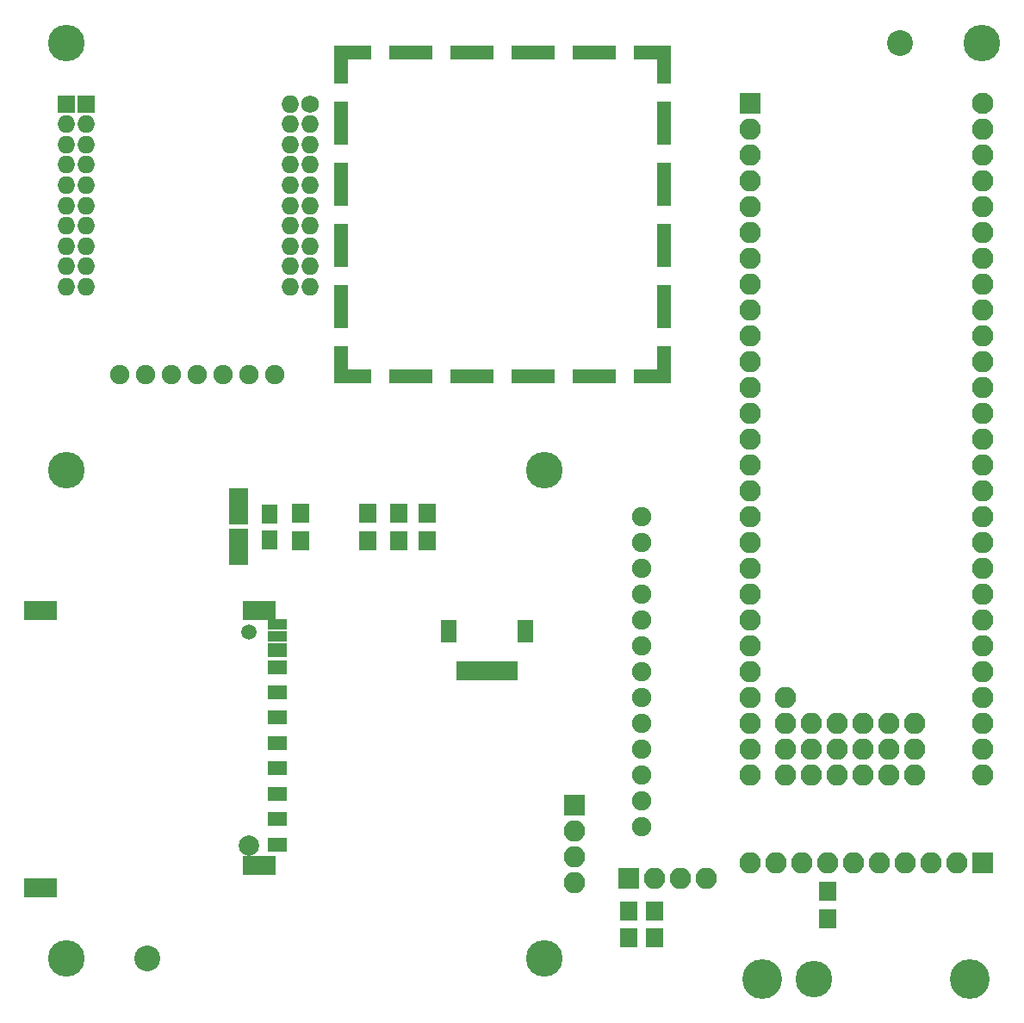
<source format=gbr>
G04 #@! TF.FileFunction,Soldermask,Top*
%FSLAX46Y46*%
G04 Gerber Fmt 4.6, Leading zero omitted, Abs format (unit mm)*
G04 Created by KiCad (PCBNEW 4.0.7-e2-6376~58~ubuntu16.04.1) date Tue Oct  2 08:26:08 2018*
%MOMM*%
%LPD*%
G01*
G04 APERTURE LIST*
%ADD10C,0.100000*%
%ADD11C,2.100000*%
%ADD12O,2.100000X2.100000*%
%ADD13R,2.100000X2.100000*%
%ADD14C,2.540000*%
%ADD15R,1.900000X3.600000*%
%ADD16R,1.650000X1.900000*%
%ADD17R,1.750000X1.750000*%
%ADD18O,1.750000X1.750000*%
%ADD19C,1.750000*%
%ADD20R,1.700000X1.900000*%
%ADD21C,1.900000*%
%ADD22R,1.000000X1.950000*%
%ADD23R,1.600000X2.200000*%
%ADD24R,1.400000X1.400000*%
%ADD25R,2.700000X1.400000*%
%ADD26R,4.200000X1.400000*%
%ADD27R,1.400000X2.700000*%
%ADD28R,1.400000X4.200000*%
%ADD29C,3.600000*%
%ADD30R,1.900000X1.400000*%
%ADD31R,1.900000X1.100000*%
%ADD32C,2.000000*%
%ADD33C,1.500000*%
%ADD34R,3.200000X1.900000*%
%ADD35C,3.900000*%
G04 APERTURE END LIST*
D10*
D11*
X195072000Y-60960000D03*
D12*
X195072000Y-63500000D03*
X195072000Y-66040000D03*
X195072000Y-68580000D03*
X195072000Y-71120000D03*
X195072000Y-73660000D03*
X195072000Y-76200000D03*
X195072000Y-78740000D03*
X195072000Y-81280000D03*
X195072000Y-83820000D03*
X195072000Y-86360000D03*
X195072000Y-88900000D03*
X195072000Y-91440000D03*
X195072000Y-93980000D03*
X195072000Y-96520000D03*
X195072000Y-99060000D03*
X195072000Y-101600000D03*
X195072000Y-104140000D03*
X195072000Y-106680000D03*
X195072000Y-109220000D03*
X195072000Y-111760000D03*
X195072000Y-114300000D03*
X195072000Y-116840000D03*
X195072000Y-119380000D03*
X195072000Y-121920000D03*
X195072000Y-124460000D03*
X195072000Y-126960000D03*
X172212000Y-124460000D03*
X172212000Y-121920000D03*
X172212000Y-114300000D03*
X172212000Y-116840000D03*
X172212000Y-119380000D03*
X172212000Y-127000000D03*
X172212000Y-68580000D03*
X172212000Y-71120000D03*
X172212000Y-73660000D03*
X172212000Y-76200000D03*
X172212000Y-66040000D03*
D13*
X172212000Y-60960000D03*
D12*
X172212000Y-63500000D03*
X172212000Y-78740000D03*
X172212000Y-81280000D03*
X172212000Y-83820000D03*
X172212000Y-86360000D03*
X172212000Y-88900000D03*
X172212000Y-91440000D03*
X172212000Y-93980000D03*
X172212000Y-96520000D03*
X172212000Y-99060000D03*
X172212000Y-101600000D03*
X172212000Y-104140000D03*
X172212000Y-106680000D03*
X172212000Y-109220000D03*
X172212000Y-111760000D03*
X175712000Y-127000000D03*
X175712000Y-119380000D03*
X175712000Y-124460000D03*
X175712000Y-121920000D03*
X178252000Y-124460000D03*
X178252000Y-127000000D03*
X178252000Y-121920000D03*
X180792000Y-127000000D03*
X180792000Y-124460000D03*
X180792000Y-121920000D03*
X183332000Y-127000000D03*
X183332000Y-124460000D03*
X183332000Y-121920000D03*
X185872000Y-124460000D03*
X185872000Y-127000000D03*
X185872000Y-121920000D03*
X188412000Y-124460000D03*
X188412000Y-127000000D03*
X188412000Y-121920000D03*
D14*
X113000000Y-145000000D03*
X187000000Y-55000000D03*
D15*
X121920000Y-100584000D03*
X121920000Y-104584000D03*
D16*
X124968000Y-101366000D03*
X124968000Y-103866000D03*
D13*
X160274000Y-137160000D03*
D12*
X162814000Y-137160000D03*
X165354000Y-137160000D03*
X167894000Y-137160000D03*
D13*
X155000000Y-130000000D03*
D12*
X155000000Y-132540000D03*
X155000000Y-135080000D03*
X155000000Y-137620000D03*
D17*
X107000000Y-61000000D03*
X105000000Y-61000000D03*
D18*
X107000000Y-63000000D03*
X105000000Y-63000000D03*
X107000000Y-65000000D03*
X105000000Y-65000000D03*
X107000000Y-67000000D03*
X105000000Y-67000000D03*
X107000000Y-69000000D03*
X105000000Y-69000000D03*
X107000000Y-71000000D03*
X105000000Y-71000000D03*
X107000000Y-73000000D03*
X105000000Y-73000000D03*
X107000000Y-75000000D03*
X105000000Y-75000000D03*
X107000000Y-77000000D03*
X105000000Y-77000000D03*
X107000000Y-79000000D03*
X105000000Y-79000000D03*
X129000000Y-65000000D03*
D19*
X129000000Y-61000000D03*
D18*
X127000000Y-61000000D03*
X129000000Y-63000000D03*
X127000000Y-63000000D03*
X127000000Y-65000000D03*
X129000000Y-67000000D03*
X127000000Y-67000000D03*
X127000000Y-69000000D03*
X129000000Y-71000000D03*
X127000000Y-71000000D03*
X129000000Y-73000000D03*
X129000000Y-69000000D03*
X129000000Y-75000000D03*
X127000000Y-73000000D03*
X127000000Y-75000000D03*
X129000000Y-79000000D03*
X127000000Y-77000000D03*
X129000000Y-77000000D03*
X127000000Y-79000000D03*
D20*
X179832000Y-141130000D03*
X179832000Y-138430000D03*
X140462000Y-101266000D03*
X140462000Y-103966000D03*
X128016000Y-101266000D03*
X128016000Y-103966000D03*
X137668000Y-101266000D03*
X137668000Y-103966000D03*
X134620000Y-101266000D03*
X134620000Y-103966000D03*
X160274000Y-143035000D03*
X160274000Y-140335000D03*
X162814000Y-143035000D03*
X162814000Y-140335000D03*
D21*
X161544000Y-121920000D03*
X161544000Y-124460000D03*
X161544000Y-127000000D03*
X161544000Y-119380000D03*
X161544000Y-111760000D03*
X161544000Y-114300000D03*
X161544000Y-116840000D03*
X161544000Y-129540000D03*
X161544000Y-132080000D03*
X117856000Y-87630000D03*
X115316000Y-87630000D03*
X125476000Y-87630000D03*
X120396000Y-87630000D03*
X122936000Y-87630000D03*
X110236000Y-87630000D03*
X112776000Y-87630000D03*
X161544000Y-101600000D03*
X161544000Y-104140000D03*
X161544000Y-106680000D03*
X161544000Y-109220000D03*
D22*
X148867500Y-116745500D03*
X147867500Y-116745500D03*
X146867500Y-116745500D03*
X145867500Y-116745500D03*
X144867500Y-116745500D03*
X143867500Y-116745500D03*
D23*
X150167500Y-112870500D03*
X142567500Y-112870500D03*
D24*
X132000000Y-56000000D03*
X163800000Y-56000000D03*
X163800000Y-87800000D03*
X132000000Y-87800000D03*
D25*
X133650000Y-56000000D03*
X133650000Y-87800000D03*
D26*
X138900000Y-56000000D03*
X138900000Y-87800000D03*
X144900000Y-56000000D03*
X144900000Y-87800000D03*
X150900000Y-56000000D03*
X150900000Y-87800000D03*
X156900000Y-56000000D03*
X156900000Y-87800000D03*
D25*
X162150000Y-56000000D03*
X162150000Y-87800000D03*
D27*
X132000000Y-57650000D03*
X163800000Y-57650000D03*
D28*
X132000000Y-62900000D03*
X163800000Y-62900000D03*
X132000000Y-68900000D03*
X163800000Y-68900000D03*
X132000000Y-74900000D03*
X163800000Y-74900000D03*
X132000000Y-80900000D03*
X163800000Y-80900000D03*
D27*
X132000000Y-86150000D03*
X163800000Y-86150000D03*
D29*
X152000000Y-145000000D03*
X105000000Y-145000000D03*
X105000000Y-97000000D03*
X152000000Y-97000000D03*
X105000000Y-55000000D03*
D30*
X125792400Y-131335000D03*
X125792400Y-128835000D03*
X125792400Y-126335000D03*
X125792400Y-123835000D03*
X125792400Y-121335000D03*
X125792400Y-118835000D03*
X125792400Y-116405000D03*
X125792400Y-114705000D03*
X125792400Y-133835000D03*
D31*
X125792400Y-113405000D03*
X125792400Y-112205000D03*
D32*
X122992400Y-133960000D03*
D33*
X122992400Y-112960000D03*
D34*
X123992400Y-135910000D03*
X102492400Y-138110000D03*
X102492400Y-110810000D03*
X123992400Y-110810000D03*
D29*
X195000000Y-55000000D03*
D13*
X195072000Y-135636000D03*
D12*
X192532000Y-135636000D03*
X189992000Y-135636000D03*
X187452000Y-135636000D03*
X184912000Y-135636000D03*
X182372000Y-135636000D03*
X179832000Y-135636000D03*
X177292000Y-135636000D03*
X174752000Y-135636000D03*
X172212000Y-135636000D03*
D35*
X193831000Y-147036000D03*
X173457000Y-147036000D03*
D29*
X178534060Y-147038060D03*
M02*

</source>
